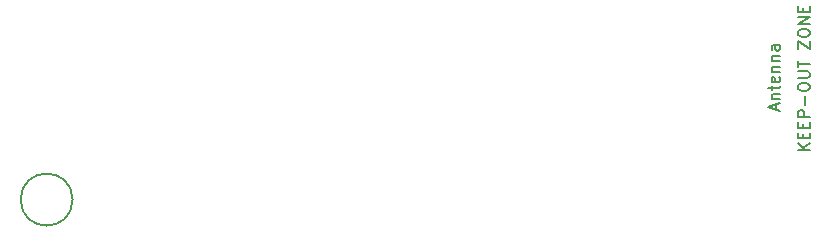
<source format=gbr>
G04 #@! TF.GenerationSoftware,KiCad,Pcbnew,(5.1.5-0-10_14)*
G04 #@! TF.CreationDate,2020-04-24T15:56:46+02:00*
G04 #@! TF.ProjectId,ESP8266-PowerMonitor,45535038-3236-4362-9d50-6f7765724d6f,rev?*
G04 #@! TF.SameCoordinates,Original*
G04 #@! TF.FileFunction,Other,Comment*
%FSLAX46Y46*%
G04 Gerber Fmt 4.6, Leading zero omitted, Abs format (unit mm)*
G04 Created by KiCad (PCBNEW (5.1.5-0-10_14)) date 2020-04-24 15:56:46*
%MOMM*%
%LPD*%
G04 APERTURE LIST*
%ADD10C,0.150000*%
G04 APERTURE END LIST*
D10*
X119800000Y-113700000D02*
G75*
G03X119800000Y-113700000I-2200000J0D01*
G01*
X179366666Y-106101904D02*
X179366666Y-105625714D01*
X179652380Y-106197142D02*
X178652380Y-105863809D01*
X179652380Y-105530476D01*
X178985714Y-105197142D02*
X179652380Y-105197142D01*
X179080952Y-105197142D02*
X179033333Y-105149523D01*
X178985714Y-105054285D01*
X178985714Y-104911428D01*
X179033333Y-104816190D01*
X179128571Y-104768571D01*
X179652380Y-104768571D01*
X178985714Y-104435238D02*
X178985714Y-104054285D01*
X178652380Y-104292380D02*
X179509523Y-104292380D01*
X179604761Y-104244761D01*
X179652380Y-104149523D01*
X179652380Y-104054285D01*
X179604761Y-103340000D02*
X179652380Y-103435238D01*
X179652380Y-103625714D01*
X179604761Y-103720952D01*
X179509523Y-103768571D01*
X179128571Y-103768571D01*
X179033333Y-103720952D01*
X178985714Y-103625714D01*
X178985714Y-103435238D01*
X179033333Y-103340000D01*
X179128571Y-103292380D01*
X179223809Y-103292380D01*
X179319047Y-103768571D01*
X178985714Y-102863809D02*
X179652380Y-102863809D01*
X179080952Y-102863809D02*
X179033333Y-102816190D01*
X178985714Y-102720952D01*
X178985714Y-102578095D01*
X179033333Y-102482857D01*
X179128571Y-102435238D01*
X179652380Y-102435238D01*
X178985714Y-101959047D02*
X179652380Y-101959047D01*
X179080952Y-101959047D02*
X179033333Y-101911428D01*
X178985714Y-101816190D01*
X178985714Y-101673333D01*
X179033333Y-101578095D01*
X179128571Y-101530476D01*
X179652380Y-101530476D01*
X179652380Y-100625714D02*
X179128571Y-100625714D01*
X179033333Y-100673333D01*
X178985714Y-100768571D01*
X178985714Y-100959047D01*
X179033333Y-101054285D01*
X179604761Y-100625714D02*
X179652380Y-100720952D01*
X179652380Y-100959047D01*
X179604761Y-101054285D01*
X179509523Y-101101904D01*
X179414285Y-101101904D01*
X179319047Y-101054285D01*
X179271428Y-100959047D01*
X179271428Y-100720952D01*
X179223809Y-100625714D01*
X182202380Y-109501428D02*
X181202380Y-109501428D01*
X182202380Y-108930000D02*
X181630952Y-109358571D01*
X181202380Y-108930000D02*
X181773809Y-109501428D01*
X181678571Y-108501428D02*
X181678571Y-108168095D01*
X182202380Y-108025238D02*
X182202380Y-108501428D01*
X181202380Y-108501428D01*
X181202380Y-108025238D01*
X181678571Y-107596666D02*
X181678571Y-107263333D01*
X182202380Y-107120476D02*
X182202380Y-107596666D01*
X181202380Y-107596666D01*
X181202380Y-107120476D01*
X182202380Y-106691904D02*
X181202380Y-106691904D01*
X181202380Y-106310952D01*
X181250000Y-106215714D01*
X181297619Y-106168095D01*
X181392857Y-106120476D01*
X181535714Y-106120476D01*
X181630952Y-106168095D01*
X181678571Y-106215714D01*
X181726190Y-106310952D01*
X181726190Y-106691904D01*
X181821428Y-105691904D02*
X181821428Y-104930000D01*
X181202380Y-104263333D02*
X181202380Y-104072857D01*
X181250000Y-103977619D01*
X181345238Y-103882380D01*
X181535714Y-103834761D01*
X181869047Y-103834761D01*
X182059523Y-103882380D01*
X182154761Y-103977619D01*
X182202380Y-104072857D01*
X182202380Y-104263333D01*
X182154761Y-104358571D01*
X182059523Y-104453809D01*
X181869047Y-104501428D01*
X181535714Y-104501428D01*
X181345238Y-104453809D01*
X181250000Y-104358571D01*
X181202380Y-104263333D01*
X181202380Y-103406190D02*
X182011904Y-103406190D01*
X182107142Y-103358571D01*
X182154761Y-103310952D01*
X182202380Y-103215714D01*
X182202380Y-103025238D01*
X182154761Y-102930000D01*
X182107142Y-102882380D01*
X182011904Y-102834761D01*
X181202380Y-102834761D01*
X181202380Y-102501428D02*
X181202380Y-101930000D01*
X182202380Y-102215714D02*
X181202380Y-102215714D01*
X181202380Y-100930000D02*
X181202380Y-100263333D01*
X182202380Y-100930000D01*
X182202380Y-100263333D01*
X181202380Y-99691904D02*
X181202380Y-99501428D01*
X181250000Y-99406190D01*
X181345238Y-99310952D01*
X181535714Y-99263333D01*
X181869047Y-99263333D01*
X182059523Y-99310952D01*
X182154761Y-99406190D01*
X182202380Y-99501428D01*
X182202380Y-99691904D01*
X182154761Y-99787142D01*
X182059523Y-99882380D01*
X181869047Y-99930000D01*
X181535714Y-99930000D01*
X181345238Y-99882380D01*
X181250000Y-99787142D01*
X181202380Y-99691904D01*
X182202380Y-98834761D02*
X181202380Y-98834761D01*
X182202380Y-98263333D01*
X181202380Y-98263333D01*
X181678571Y-97787142D02*
X181678571Y-97453809D01*
X182202380Y-97310952D02*
X182202380Y-97787142D01*
X181202380Y-97787142D01*
X181202380Y-97310952D01*
M02*

</source>
